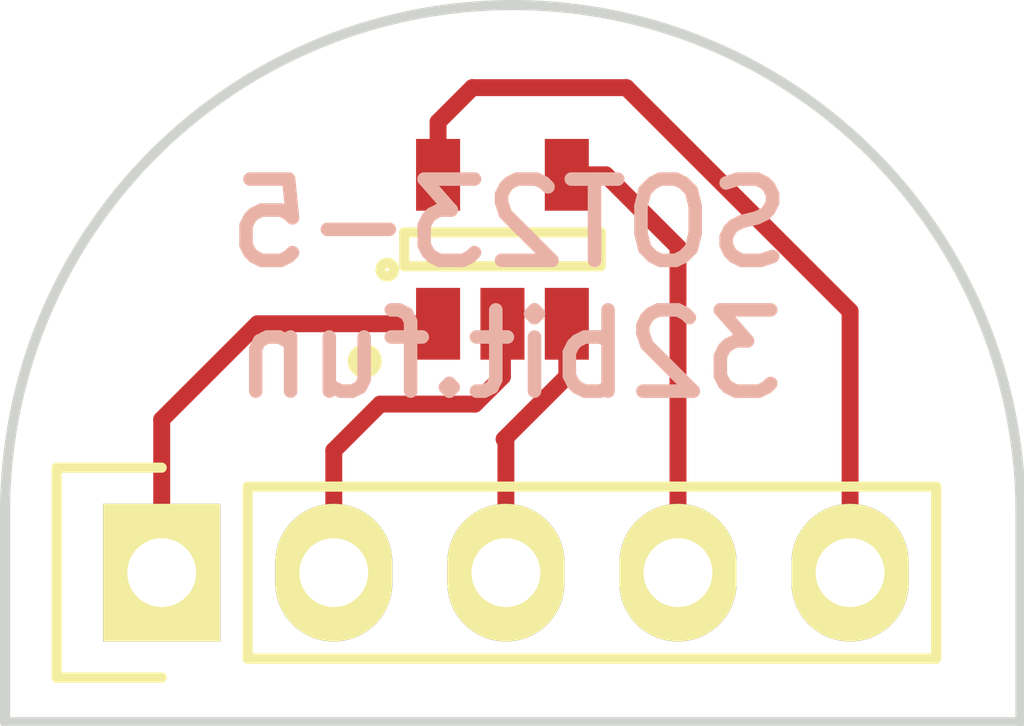
<source format=kicad_pcb>
(kicad_pcb (version 4) (host pcbnew 4.0.2+dfsg1-stable)

  (general
    (links 0)
    (no_connects 0)
    (area 0 0 0 0)
    (thickness 1.6)
    (drawings 7)
    (tracks 20)
    (zones 0)
    (modules 2)
    (nets 1)
  )

  (page A4)
  (layers
    (0 F.Cu signal)
    (31 B.Cu signal)
    (32 B.Adhes user)
    (33 F.Adhes user)
    (34 B.Paste user)
    (35 F.Paste user)
    (36 B.SilkS user)
    (37 F.SilkS user)
    (38 B.Mask user)
    (39 F.Mask user)
    (40 Dwgs.User user)
    (41 Cmts.User user)
    (42 Eco1.User user)
    (43 Eco2.User user)
    (44 Edge.Cuts user)
    (45 Margin user)
    (46 B.CrtYd user)
    (47 F.CrtYd user)
    (48 B.Fab user)
    (49 F.Fab user)
  )

  (setup
    (last_trace_width 0.25)
    (trace_clearance 0.2)
    (zone_clearance 0.508)
    (zone_45_only no)
    (trace_min 0.2)
    (segment_width 0.2)
    (edge_width 0.15)
    (via_size 0.6)
    (via_drill 0.4)
    (via_min_size 0.4)
    (via_min_drill 0.3)
    (uvia_size 0.3)
    (uvia_drill 0.1)
    (uvias_allowed no)
    (uvia_min_size 0.2)
    (uvia_min_drill 0.1)
    (pcb_text_width 0.3)
    (pcb_text_size 1.5 1.5)
    (mod_edge_width 0.15)
    (mod_text_size 1 1)
    (mod_text_width 0.15)
    (pad_size 1.524 1.524)
    (pad_drill 0.762)
    (pad_to_mask_clearance 0.2)
    (aux_axis_origin 0 0)
    (visible_elements FFFFFF7F)
    (pcbplotparams
      (layerselection 0x00030_80000001)
      (usegerberextensions false)
      (excludeedgelayer true)
      (linewidth 0.100000)
      (plotframeref false)
      (viasonmask false)
      (mode 1)
      (useauxorigin false)
      (hpglpennumber 1)
      (hpglpenspeed 20)
      (hpglpendiameter 15)
      (hpglpenoverlay 2)
      (psnegative false)
      (psa4output false)
      (plotreference true)
      (plotvalue true)
      (plotinvisibletext false)
      (padsonsilk false)
      (subtractmaskfromsilk false)
      (outputformat 1)
      (mirror false)
      (drillshape 1)
      (scaleselection 1)
      (outputdirectory ""))
  )

  (net 0 "")

  (net_class Default "This is the default net class."
    (clearance 0.2)
    (trace_width 0.25)
    (via_dia 0.6)
    (via_drill 0.4)
    (uvia_dia 0.3)
    (uvia_drill 0.1)
  )

  (module TO_SOT_Packages_SMD:SOT-23-5 (layer F.Cu) (tedit 5A52FB21) (tstamp 5A54A645)
    (at 116.84 97.2058 90)
    (descr "5-pin SOT23 package")
    (tags SOT-23-5)
    (attr smd)
    (fp_text reference SOT23-5 (at 2.6924 0.0254 180) (layer F.SilkS) hide
      (effects (font (size 1 1) (thickness 0.15)))
    )
    (fp_text value SOT-23-5 (at -0.05 2.35 90) (layer F.Fab) hide
      (effects (font (size 1 1) (thickness 0.15)))
    )
    (fp_line (start -1.8 -1.6) (end 1.8 -1.6) (layer F.CrtYd) (width 0.05))
    (fp_line (start 1.8 -1.6) (end 1.8 1.6) (layer F.CrtYd) (width 0.05))
    (fp_line (start 1.8 1.6) (end -1.8 1.6) (layer F.CrtYd) (width 0.05))
    (fp_line (start -1.8 1.6) (end -1.8 -1.6) (layer F.CrtYd) (width 0.05))
    (fp_circle (center -0.3 -1.7) (end -0.2 -1.7) (layer F.SilkS) (width 0.15))
    (fp_line (start 0.25 -1.45) (end -0.25 -1.45) (layer F.SilkS) (width 0.15))
    (fp_line (start 0.25 1.45) (end 0.25 -1.45) (layer F.SilkS) (width 0.15))
    (fp_line (start -0.25 1.45) (end 0.25 1.45) (layer F.SilkS) (width 0.15))
    (fp_line (start -0.25 -1.45) (end -0.25 1.45) (layer F.SilkS) (width 0.15))
    (pad 1 smd rect (at -1.1 -0.95 90) (size 1.06 0.65) (layers F.Cu F.Paste F.Mask))
    (pad 2 smd rect (at -1.1 0 90) (size 1.06 0.65) (layers F.Cu F.Paste F.Mask))
    (pad 3 smd rect (at -1.1 0.95 90) (size 1.06 0.65) (layers F.Cu F.Paste F.Mask))
    (pad 4 smd rect (at 1.1 0.95 90) (size 1.06 0.65) (layers F.Cu F.Paste F.Mask))
    (pad 5 smd rect (at 1.1 -0.95 90) (size 1.06 0.65) (layers F.Cu F.Paste F.Mask))
    (model TO_SOT_Packages_SMD.3dshapes/SOT-23-5.wrl
      (at (xyz 0 0 0))
      (scale (xyz 1 1 1))
      (rotate (xyz 0 0 0))
    )
  )

  (module Pin_Headers:Pin_Header_Straight_1x05 (layer F.Cu) (tedit 5A52FB1C) (tstamp 5A564E63)
    (at 111.8108 101.981 90)
    (descr "Through hole pin header")
    (tags "pin header")
    (fp_text reference REF** (at 0 -5.1 90) (layer F.SilkS) hide
      (effects (font (size 1 1) (thickness 0.15)))
    )
    (fp_text value Pin_Header_Straight_1x05 (at 0 -3.1 90) (layer F.Fab) hide
      (effects (font (size 1 1) (thickness 0.15)))
    )
    (fp_line (start -1.55 0) (end -1.55 -1.55) (layer F.SilkS) (width 0.15))
    (fp_line (start -1.55 -1.55) (end 1.55 -1.55) (layer F.SilkS) (width 0.15))
    (fp_line (start 1.55 -1.55) (end 1.55 0) (layer F.SilkS) (width 0.15))
    (fp_line (start -1.75 -1.75) (end -1.75 11.95) (layer F.CrtYd) (width 0.05))
    (fp_line (start 1.75 -1.75) (end 1.75 11.95) (layer F.CrtYd) (width 0.05))
    (fp_line (start -1.75 -1.75) (end 1.75 -1.75) (layer F.CrtYd) (width 0.05))
    (fp_line (start -1.75 11.95) (end 1.75 11.95) (layer F.CrtYd) (width 0.05))
    (fp_line (start 1.27 1.27) (end 1.27 11.43) (layer F.SilkS) (width 0.15))
    (fp_line (start 1.27 11.43) (end -1.27 11.43) (layer F.SilkS) (width 0.15))
    (fp_line (start -1.27 11.43) (end -1.27 1.27) (layer F.SilkS) (width 0.15))
    (fp_line (start 1.27 1.27) (end -1.27 1.27) (layer F.SilkS) (width 0.15))
    (pad 1 thru_hole rect (at 0 0 90) (size 2.032 1.7272) (drill 1.016) (layers *.Cu *.Mask F.SilkS))
    (pad 2 thru_hole oval (at 0 2.54 90) (size 2.032 1.7272) (drill 1.016) (layers *.Cu *.Mask F.SilkS))
    (pad 3 thru_hole oval (at 0 5.08 90) (size 2.032 1.7272) (drill 1.016) (layers *.Cu *.Mask F.SilkS))
    (pad 4 thru_hole oval (at 0 7.62 90) (size 2.032 1.7272) (drill 1.016) (layers *.Cu *.Mask F.SilkS))
    (pad 5 thru_hole oval (at 0 10.16 90) (size 2.032 1.7272) (drill 1.016) (layers *.Cu *.Mask F.SilkS))
    (model Pin_Headers.3dshapes/Pin_Header_Straight_1x05.wrl
      (at (xyz 0 -0.2 0))
      (scale (xyz 1 1 1))
      (rotate (xyz 0 0 90))
    )
  )

  (gr_circle (center 114.808 98.8568) (end 114.808 98.9076) (layer F.SilkS) (width 0.2))
  (gr_line (start 124.4854 104.1908) (end 124.4854 104.1908) (layer Edge.Cuts) (width 0.15) (tstamp 5A564F0B))
  (gr_line (start 124.4854 101.092) (end 124.4854 104.1908) (layer Edge.Cuts) (width 0.15))
  (gr_arc (start 116.9924 101.092) (end 109.4994 101.092) (angle 180) (layer Edge.Cuts) (width 0.15))
  (gr_line (start 109.4994 104.1908) (end 109.4994 101.092) (layer Edge.Cuts) (width 0.15))
  (gr_line (start 109.4994 104.1908) (end 124.46 104.1908) (layer Edge.Cuts) (width 0.15))
  (gr_text "SOT23-5\n32bit.fun" (at 116.9416 97.79) (layer B.SilkS)
    (effects (font (size 1.2 1.2) (thickness 0.2)) (justify mirror))
  )

  (segment (start 118.6688 94.8182) (end 121.9708 98.1202) (width 0.25) (layer F.Cu) (net 0))
  (segment (start 121.9708 98.1202) (end 121.9708 101.981) (width 0.25) (layer F.Cu) (net 0))
  (segment (start 116.3976 94.8182) (end 118.6688 94.8182) (width 0.25) (layer F.Cu) (net 0))
  (segment (start 115.89 96.1058) (end 115.89 95.3258) (width 0.25) (layer F.Cu) (net 0))
  (segment (start 115.89 95.3258) (end 116.3976 94.8182) (width 0.25) (layer F.Cu) (net 0))
  (segment (start 117.79 96.1058) (end 118.365 96.1058) (width 0.25) (layer F.Cu) (net 0))
  (segment (start 118.365 96.1058) (end 119.4308 97.1716) (width 0.25) (layer F.Cu) (net 0))
  (segment (start 119.4308 97.1716) (end 119.4308 101.981) (width 0.25) (layer F.Cu) (net 0))
  (segment (start 116.8654 100.0104) (end 116.8908 100.0358) (width 0.25) (layer F.Cu) (net 0))
  (segment (start 116.8908 100.0358) (end 116.8908 101.981) (width 0.25) (layer F.Cu) (net 0))
  (segment (start 117.79 98.3058) (end 117.79 99.0858) (width 0.25) (layer F.Cu) (net 0))
  (segment (start 117.79 99.0858) (end 116.8654 100.0104) (width 0.25) (layer F.Cu) (net 0))
  (segment (start 115.0366 99.4918) (end 114.3508 100.1776) (width 0.25) (layer F.Cu) (net 0))
  (segment (start 114.3508 100.1776) (end 114.3508 101.981) (width 0.25) (layer F.Cu) (net 0))
  (segment (start 116.434 99.4918) (end 115.0366 99.4918) (width 0.25) (layer F.Cu) (net 0))
  (segment (start 116.84 98.3058) (end 116.84 99.0858) (width 0.25) (layer F.Cu) (net 0))
  (segment (start 116.84 99.0858) (end 116.434 99.4918) (width 0.25) (layer F.Cu) (net 0))
  (segment (start 111.8108 99.7204) (end 111.8108 101.981) (width 0.25) (layer F.Cu) (net 0))
  (segment (start 113.2254 98.3058) (end 111.8108 99.7204) (width 0.25) (layer F.Cu) (net 0))
  (segment (start 115.89 98.3058) (end 113.2254 98.3058) (width 0.25) (layer F.Cu) (net 0))

)

</source>
